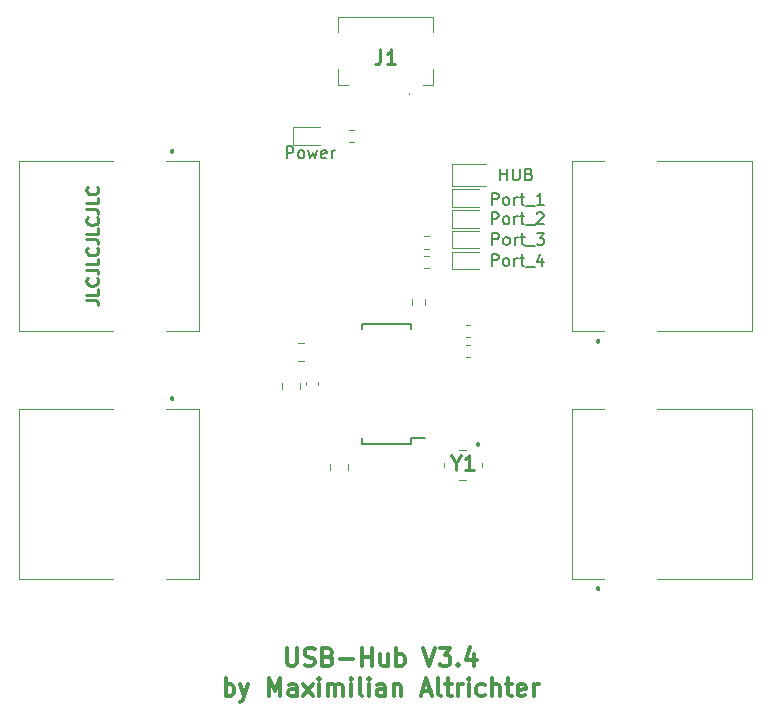
<source format=gbr>
%TF.GenerationSoftware,KiCad,Pcbnew,(5.1.10)-1*%
%TF.CreationDate,2021-08-09T12:49:03+02:00*%
%TF.ProjectId,hub,6875622e-6b69-4636-9164-5f7063625858,rev?*%
%TF.SameCoordinates,Original*%
%TF.FileFunction,Legend,Top*%
%TF.FilePolarity,Positive*%
%FSLAX46Y46*%
G04 Gerber Fmt 4.6, Leading zero omitted, Abs format (unit mm)*
G04 Created by KiCad (PCBNEW (5.1.10)-1) date 2021-08-09 12:49:03*
%MOMM*%
%LPD*%
G01*
G04 APERTURE LIST*
%ADD10C,0.225000*%
%ADD11C,0.300000*%
%ADD12C,0.100000*%
%ADD13C,0.120000*%
%ADD14C,0.150000*%
%ADD15C,0.254000*%
G04 APERTURE END LIST*
D10*
X139025380Y-73834047D02*
X139739666Y-73834047D01*
X139882523Y-73881666D01*
X139977761Y-73976904D01*
X140025380Y-74119761D01*
X140025380Y-74215000D01*
X140025380Y-72881666D02*
X140025380Y-73357857D01*
X139025380Y-73357857D01*
X139930142Y-71976904D02*
X139977761Y-72024523D01*
X140025380Y-72167380D01*
X140025380Y-72262619D01*
X139977761Y-72405476D01*
X139882523Y-72500714D01*
X139787285Y-72548333D01*
X139596809Y-72595952D01*
X139453952Y-72595952D01*
X139263476Y-72548333D01*
X139168238Y-72500714D01*
X139073000Y-72405476D01*
X139025380Y-72262619D01*
X139025380Y-72167380D01*
X139073000Y-72024523D01*
X139120619Y-71976904D01*
X139025380Y-71262619D02*
X139739666Y-71262619D01*
X139882523Y-71310238D01*
X139977761Y-71405476D01*
X140025380Y-71548333D01*
X140025380Y-71643571D01*
X140025380Y-70310238D02*
X140025380Y-70786428D01*
X139025380Y-70786428D01*
X139930142Y-69405476D02*
X139977761Y-69453095D01*
X140025380Y-69595952D01*
X140025380Y-69691190D01*
X139977761Y-69834047D01*
X139882523Y-69929285D01*
X139787285Y-69976904D01*
X139596809Y-70024523D01*
X139453952Y-70024523D01*
X139263476Y-69976904D01*
X139168238Y-69929285D01*
X139073000Y-69834047D01*
X139025380Y-69691190D01*
X139025380Y-69595952D01*
X139073000Y-69453095D01*
X139120619Y-69405476D01*
X139025380Y-68691190D02*
X139739666Y-68691190D01*
X139882523Y-68738809D01*
X139977761Y-68834047D01*
X140025380Y-68976904D01*
X140025380Y-69072142D01*
X140025380Y-67738809D02*
X140025380Y-68215000D01*
X139025380Y-68215000D01*
X139930142Y-66834047D02*
X139977761Y-66881666D01*
X140025380Y-67024523D01*
X140025380Y-67119761D01*
X139977761Y-67262619D01*
X139882523Y-67357857D01*
X139787285Y-67405476D01*
X139596809Y-67453095D01*
X139453952Y-67453095D01*
X139263476Y-67405476D01*
X139168238Y-67357857D01*
X139073000Y-67262619D01*
X139025380Y-67119761D01*
X139025380Y-67024523D01*
X139073000Y-66881666D01*
X139120619Y-66834047D01*
X139025380Y-66119761D02*
X139739666Y-66119761D01*
X139882523Y-66167380D01*
X139977761Y-66262619D01*
X140025380Y-66405476D01*
X140025380Y-66500714D01*
X140025380Y-65167380D02*
X140025380Y-65643571D01*
X139025380Y-65643571D01*
X139930142Y-64262619D02*
X139977761Y-64310238D01*
X140025380Y-64453095D01*
X140025380Y-64548333D01*
X139977761Y-64691190D01*
X139882523Y-64786428D01*
X139787285Y-64834047D01*
X139596809Y-64881666D01*
X139453952Y-64881666D01*
X139263476Y-64834047D01*
X139168238Y-64786428D01*
X139073000Y-64691190D01*
X139025380Y-64548333D01*
X139025380Y-64453095D01*
X139073000Y-64310238D01*
X139120619Y-64262619D01*
D11*
X155992714Y-103313571D02*
X155992714Y-104527857D01*
X156064142Y-104670714D01*
X156135571Y-104742142D01*
X156278428Y-104813571D01*
X156564142Y-104813571D01*
X156707000Y-104742142D01*
X156778428Y-104670714D01*
X156849857Y-104527857D01*
X156849857Y-103313571D01*
X157492714Y-104742142D02*
X157707000Y-104813571D01*
X158064142Y-104813571D01*
X158207000Y-104742142D01*
X158278428Y-104670714D01*
X158349857Y-104527857D01*
X158349857Y-104385000D01*
X158278428Y-104242142D01*
X158207000Y-104170714D01*
X158064142Y-104099285D01*
X157778428Y-104027857D01*
X157635571Y-103956428D01*
X157564142Y-103885000D01*
X157492714Y-103742142D01*
X157492714Y-103599285D01*
X157564142Y-103456428D01*
X157635571Y-103385000D01*
X157778428Y-103313571D01*
X158135571Y-103313571D01*
X158349857Y-103385000D01*
X159492714Y-104027857D02*
X159707000Y-104099285D01*
X159778428Y-104170714D01*
X159849857Y-104313571D01*
X159849857Y-104527857D01*
X159778428Y-104670714D01*
X159707000Y-104742142D01*
X159564142Y-104813571D01*
X158992714Y-104813571D01*
X158992714Y-103313571D01*
X159492714Y-103313571D01*
X159635571Y-103385000D01*
X159707000Y-103456428D01*
X159778428Y-103599285D01*
X159778428Y-103742142D01*
X159707000Y-103885000D01*
X159635571Y-103956428D01*
X159492714Y-104027857D01*
X158992714Y-104027857D01*
X160492714Y-104242142D02*
X161635571Y-104242142D01*
X162349857Y-104813571D02*
X162349857Y-103313571D01*
X162349857Y-104027857D02*
X163207000Y-104027857D01*
X163207000Y-104813571D02*
X163207000Y-103313571D01*
X164564142Y-103813571D02*
X164564142Y-104813571D01*
X163921285Y-103813571D02*
X163921285Y-104599285D01*
X163992714Y-104742142D01*
X164135571Y-104813571D01*
X164349857Y-104813571D01*
X164492714Y-104742142D01*
X164564142Y-104670714D01*
X165278428Y-104813571D02*
X165278428Y-103313571D01*
X165278428Y-103885000D02*
X165421285Y-103813571D01*
X165707000Y-103813571D01*
X165849857Y-103885000D01*
X165921285Y-103956428D01*
X165992714Y-104099285D01*
X165992714Y-104527857D01*
X165921285Y-104670714D01*
X165849857Y-104742142D01*
X165707000Y-104813571D01*
X165421285Y-104813571D01*
X165278428Y-104742142D01*
X167564142Y-103313571D02*
X168064142Y-104813571D01*
X168564142Y-103313571D01*
X168921285Y-103313571D02*
X169849857Y-103313571D01*
X169349857Y-103885000D01*
X169564142Y-103885000D01*
X169707000Y-103956428D01*
X169778428Y-104027857D01*
X169849857Y-104170714D01*
X169849857Y-104527857D01*
X169778428Y-104670714D01*
X169707000Y-104742142D01*
X169564142Y-104813571D01*
X169135571Y-104813571D01*
X168992714Y-104742142D01*
X168921285Y-104670714D01*
X170492714Y-104670714D02*
X170564142Y-104742142D01*
X170492714Y-104813571D01*
X170421285Y-104742142D01*
X170492714Y-104670714D01*
X170492714Y-104813571D01*
X171849857Y-103813571D02*
X171849857Y-104813571D01*
X171492714Y-103242142D02*
X171135571Y-104313571D01*
X172064142Y-104313571D01*
X150814142Y-107363571D02*
X150814142Y-105863571D01*
X150814142Y-106435000D02*
X150957000Y-106363571D01*
X151242714Y-106363571D01*
X151385571Y-106435000D01*
X151457000Y-106506428D01*
X151528428Y-106649285D01*
X151528428Y-107077857D01*
X151457000Y-107220714D01*
X151385571Y-107292142D01*
X151242714Y-107363571D01*
X150957000Y-107363571D01*
X150814142Y-107292142D01*
X152028428Y-106363571D02*
X152385571Y-107363571D01*
X152742714Y-106363571D02*
X152385571Y-107363571D01*
X152242714Y-107720714D01*
X152171285Y-107792142D01*
X152028428Y-107863571D01*
X154457000Y-107363571D02*
X154457000Y-105863571D01*
X154957000Y-106935000D01*
X155457000Y-105863571D01*
X155457000Y-107363571D01*
X156814142Y-107363571D02*
X156814142Y-106577857D01*
X156742714Y-106435000D01*
X156599857Y-106363571D01*
X156314142Y-106363571D01*
X156171285Y-106435000D01*
X156814142Y-107292142D02*
X156671285Y-107363571D01*
X156314142Y-107363571D01*
X156171285Y-107292142D01*
X156099857Y-107149285D01*
X156099857Y-107006428D01*
X156171285Y-106863571D01*
X156314142Y-106792142D01*
X156671285Y-106792142D01*
X156814142Y-106720714D01*
X157385571Y-107363571D02*
X158171285Y-106363571D01*
X157385571Y-106363571D02*
X158171285Y-107363571D01*
X158742714Y-107363571D02*
X158742714Y-106363571D01*
X158742714Y-105863571D02*
X158671285Y-105935000D01*
X158742714Y-106006428D01*
X158814142Y-105935000D01*
X158742714Y-105863571D01*
X158742714Y-106006428D01*
X159457000Y-107363571D02*
X159457000Y-106363571D01*
X159457000Y-106506428D02*
X159528428Y-106435000D01*
X159671285Y-106363571D01*
X159885571Y-106363571D01*
X160028428Y-106435000D01*
X160099857Y-106577857D01*
X160099857Y-107363571D01*
X160099857Y-106577857D02*
X160171285Y-106435000D01*
X160314142Y-106363571D01*
X160528428Y-106363571D01*
X160671285Y-106435000D01*
X160742714Y-106577857D01*
X160742714Y-107363571D01*
X161457000Y-107363571D02*
X161457000Y-106363571D01*
X161457000Y-105863571D02*
X161385571Y-105935000D01*
X161457000Y-106006428D01*
X161528428Y-105935000D01*
X161457000Y-105863571D01*
X161457000Y-106006428D01*
X162385571Y-107363571D02*
X162242714Y-107292142D01*
X162171285Y-107149285D01*
X162171285Y-105863571D01*
X162957000Y-107363571D02*
X162957000Y-106363571D01*
X162957000Y-105863571D02*
X162885571Y-105935000D01*
X162957000Y-106006428D01*
X163028428Y-105935000D01*
X162957000Y-105863571D01*
X162957000Y-106006428D01*
X164314142Y-107363571D02*
X164314142Y-106577857D01*
X164242714Y-106435000D01*
X164099857Y-106363571D01*
X163814142Y-106363571D01*
X163671285Y-106435000D01*
X164314142Y-107292142D02*
X164171285Y-107363571D01*
X163814142Y-107363571D01*
X163671285Y-107292142D01*
X163599857Y-107149285D01*
X163599857Y-107006428D01*
X163671285Y-106863571D01*
X163814142Y-106792142D01*
X164171285Y-106792142D01*
X164314142Y-106720714D01*
X165028428Y-106363571D02*
X165028428Y-107363571D01*
X165028428Y-106506428D02*
X165099857Y-106435000D01*
X165242714Y-106363571D01*
X165457000Y-106363571D01*
X165599857Y-106435000D01*
X165671285Y-106577857D01*
X165671285Y-107363571D01*
X167457000Y-106935000D02*
X168171285Y-106935000D01*
X167314142Y-107363571D02*
X167814142Y-105863571D01*
X168314142Y-107363571D01*
X169028428Y-107363571D02*
X168885571Y-107292142D01*
X168814142Y-107149285D01*
X168814142Y-105863571D01*
X169385571Y-106363571D02*
X169957000Y-106363571D01*
X169599857Y-105863571D02*
X169599857Y-107149285D01*
X169671285Y-107292142D01*
X169814142Y-107363571D01*
X169957000Y-107363571D01*
X170457000Y-107363571D02*
X170457000Y-106363571D01*
X170457000Y-106649285D02*
X170528428Y-106506428D01*
X170599857Y-106435000D01*
X170742714Y-106363571D01*
X170885571Y-106363571D01*
X171385571Y-107363571D02*
X171385571Y-106363571D01*
X171385571Y-105863571D02*
X171314142Y-105935000D01*
X171385571Y-106006428D01*
X171457000Y-105935000D01*
X171385571Y-105863571D01*
X171385571Y-106006428D01*
X172742714Y-107292142D02*
X172599857Y-107363571D01*
X172314142Y-107363571D01*
X172171285Y-107292142D01*
X172099857Y-107220714D01*
X172028428Y-107077857D01*
X172028428Y-106649285D01*
X172099857Y-106506428D01*
X172171285Y-106435000D01*
X172314142Y-106363571D01*
X172599857Y-106363571D01*
X172742714Y-106435000D01*
X173385571Y-107363571D02*
X173385571Y-105863571D01*
X174028428Y-107363571D02*
X174028428Y-106577857D01*
X173957000Y-106435000D01*
X173814142Y-106363571D01*
X173599857Y-106363571D01*
X173457000Y-106435000D01*
X173385571Y-106506428D01*
X174528428Y-106363571D02*
X175099857Y-106363571D01*
X174742714Y-105863571D02*
X174742714Y-107149285D01*
X174814142Y-107292142D01*
X174957000Y-107363571D01*
X175099857Y-107363571D01*
X176171285Y-107292142D02*
X176028428Y-107363571D01*
X175742714Y-107363571D01*
X175599857Y-107292142D01*
X175528428Y-107149285D01*
X175528428Y-106577857D01*
X175599857Y-106435000D01*
X175742714Y-106363571D01*
X176028428Y-106363571D01*
X176171285Y-106435000D01*
X176242714Y-106577857D01*
X176242714Y-106720714D01*
X175528428Y-106863571D01*
X176885571Y-107363571D02*
X176885571Y-106363571D01*
X176885571Y-106649285D02*
X176957000Y-106506428D01*
X177028428Y-106435000D01*
X177171285Y-106363571D01*
X177314142Y-106363571D01*
%TO.C,J5*%
X182372000Y-77271000D02*
G75*
G02*
X182372000Y-77371000I0J-50000D01*
G01*
X182372000Y-77371000D02*
G75*
G02*
X182372000Y-77271000I0J50000D01*
G01*
X182372000Y-77371000D02*
X182372000Y-77371000D01*
X182372000Y-77271000D02*
X182372000Y-77271000D01*
D12*
X195362000Y-62071000D02*
X187372000Y-62071000D01*
X195362000Y-76471000D02*
X195362000Y-62071000D01*
X187372000Y-76471000D02*
X195362000Y-76471000D01*
X180102000Y-62071000D02*
X182872000Y-62071000D01*
X180102000Y-76471000D02*
X180102000Y-62071000D01*
X182872000Y-76471000D02*
X180102000Y-76471000D01*
D11*
%TO.C,J4*%
X182372000Y-98226000D02*
G75*
G02*
X182372000Y-98326000I0J-50000D01*
G01*
X182372000Y-98326000D02*
G75*
G02*
X182372000Y-98226000I0J50000D01*
G01*
X182372000Y-98326000D02*
X182372000Y-98326000D01*
X182372000Y-98226000D02*
X182372000Y-98226000D01*
D12*
X195362000Y-83026000D02*
X187372000Y-83026000D01*
X195362000Y-97426000D02*
X195362000Y-83026000D01*
X187372000Y-97426000D02*
X195362000Y-97426000D01*
X180102000Y-83026000D02*
X182872000Y-83026000D01*
X180102000Y-97426000D02*
X180102000Y-83026000D01*
X182872000Y-97426000D02*
X180102000Y-97426000D01*
D11*
%TO.C,J3*%
X146304000Y-82241000D02*
G75*
G02*
X146304000Y-82141000I0J50000D01*
G01*
X146304000Y-82141000D02*
G75*
G02*
X146304000Y-82241000I0J-50000D01*
G01*
X146304000Y-82141000D02*
X146304000Y-82141000D01*
X146304000Y-82241000D02*
X146304000Y-82241000D01*
D12*
X133314000Y-97441000D02*
X141304000Y-97441000D01*
X133314000Y-83041000D02*
X133314000Y-97441000D01*
X141304000Y-83041000D02*
X133314000Y-83041000D01*
X148574000Y-97441000D02*
X145804000Y-97441000D01*
X148574000Y-83041000D02*
X148574000Y-97441000D01*
X145804000Y-83041000D02*
X148574000Y-83041000D01*
D11*
%TO.C,J2*%
X146304000Y-61286000D02*
G75*
G02*
X146304000Y-61186000I0J50000D01*
G01*
X146304000Y-61186000D02*
G75*
G02*
X146304000Y-61286000I0J-50000D01*
G01*
X146304000Y-61186000D02*
X146304000Y-61186000D01*
X146304000Y-61286000D02*
X146304000Y-61286000D01*
D12*
X133314000Y-76486000D02*
X141304000Y-76486000D01*
X133314000Y-62086000D02*
X133314000Y-76486000D01*
X141304000Y-62086000D02*
X133314000Y-62086000D01*
X148574000Y-76486000D02*
X145804000Y-76486000D01*
X148574000Y-62086000D02*
X148574000Y-76486000D01*
X145804000Y-62086000D02*
X148574000Y-62086000D01*
D11*
%TO.C,Y1*%
X172199000Y-86096000D02*
G75*
G02*
X172199000Y-85996000I0J50000D01*
G01*
X172199000Y-85996000D02*
G75*
G02*
X172199000Y-86096000I0J-50000D01*
G01*
D12*
X169299000Y-87996000D02*
X169299000Y-87596000D01*
X172499000Y-87996000D02*
X172499000Y-87596000D01*
X171199000Y-86546000D02*
X170599000Y-86546000D01*
X171199000Y-89046000D02*
X170599000Y-89046000D01*
D11*
X172199000Y-86096000D02*
X172199000Y-86096000D01*
X172199000Y-85996000D02*
X172199000Y-85996000D01*
D13*
%TO.C,R4*%
X167593742Y-71134500D02*
X168068258Y-71134500D01*
X167593742Y-70089500D02*
X168068258Y-70089500D01*
%TO.C,R3*%
X167592742Y-69483500D02*
X168067258Y-69483500D01*
X167592742Y-68438500D02*
X168067258Y-68438500D01*
%TO.C,R2*%
X166609500Y-73740742D02*
X166609500Y-74215258D01*
X167654500Y-73740742D02*
X167654500Y-74215258D01*
%TO.C,R1*%
X161717258Y-59421500D02*
X161242742Y-59421500D01*
X161717258Y-60466500D02*
X161242742Y-60466500D01*
D12*
%TO.C,J1*%
X166338000Y-56405000D02*
G75*
G02*
X166338000Y-56305000I0J50000D01*
G01*
X166338000Y-56305000D02*
G75*
G02*
X166338000Y-56405000I0J-50000D01*
G01*
X166338000Y-56305000D02*
X166338000Y-56305000D01*
X166338000Y-56405000D02*
X166338000Y-56405000D01*
X160338000Y-54305000D02*
X160338000Y-55645000D01*
X160338000Y-55645000D02*
X161138000Y-55645000D01*
X168338000Y-54305000D02*
X168338000Y-55645000D01*
X168338000Y-55645000D02*
X167538000Y-55645000D01*
X160338000Y-51105000D02*
X160338000Y-49905000D01*
X160338000Y-49905000D02*
X168338000Y-49905000D01*
X168338000Y-49905000D02*
X168338000Y-51105000D01*
D13*
%TO.C,D6*%
X169990500Y-64156000D02*
X172875500Y-64156000D01*
X169990500Y-62336000D02*
X169990500Y-64156000D01*
X172875500Y-62336000D02*
X169990500Y-62336000D01*
%TO.C,D5*%
X169990500Y-71220000D02*
X172275500Y-71220000D01*
X169990500Y-69750000D02*
X169990500Y-71220000D01*
X172275500Y-69750000D02*
X169990500Y-69750000D01*
%TO.C,D4*%
X169990500Y-67688000D02*
X172275500Y-67688000D01*
X169990500Y-66218000D02*
X169990500Y-67688000D01*
X172275500Y-66218000D02*
X169990500Y-66218000D01*
%TO.C,D3*%
X169990500Y-69454000D02*
X172275500Y-69454000D01*
X169990500Y-67984000D02*
X169990500Y-69454000D01*
X172275500Y-67984000D02*
X169990500Y-67984000D01*
%TO.C,D2*%
X169990500Y-65922000D02*
X172275500Y-65922000D01*
X169990500Y-64452000D02*
X169990500Y-65922000D01*
X172275500Y-64452000D02*
X169990500Y-64452000D01*
%TO.C,D1*%
X156477500Y-60679000D02*
X158762500Y-60679000D01*
X156477500Y-59209000D02*
X156477500Y-60679000D01*
X158762500Y-59209000D02*
X156477500Y-59209000D01*
%TO.C,C6*%
X159666000Y-87688748D02*
X159666000Y-88211252D01*
X161136000Y-87688748D02*
X161136000Y-88211252D01*
%TO.C,C5*%
X171195420Y-78615000D02*
X171476580Y-78615000D01*
X171195420Y-77595000D02*
X171476580Y-77595000D01*
%TO.C,C4*%
X157421252Y-77497000D02*
X156898748Y-77497000D01*
X157421252Y-78967000D02*
X156898748Y-78967000D01*
%TO.C,C3*%
X171182420Y-76964000D02*
X171463580Y-76964000D01*
X171182420Y-75944000D02*
X171463580Y-75944000D01*
%TO.C,C2*%
X155602000Y-80825748D02*
X155602000Y-81348252D01*
X157072000Y-80825748D02*
X157072000Y-81348252D01*
%TO.C,C1*%
X157605000Y-80758420D02*
X157605000Y-81039580D01*
X158625000Y-80758420D02*
X158625000Y-81039580D01*
D14*
%TO.C,U1*%
X166540000Y-85979000D02*
X166540000Y-85499000D01*
X162390000Y-85979000D02*
X162390000Y-85499000D01*
X162390000Y-75819000D02*
X162390000Y-76299000D01*
X166540000Y-75819000D02*
X166540000Y-76299000D01*
X166540000Y-85979000D02*
X162390000Y-85979000D01*
X166540000Y-75819000D02*
X162390000Y-75819000D01*
X166540000Y-85499000D02*
X167665000Y-85499000D01*
%TO.C,Y1*%
D15*
X170294238Y-87590761D02*
X170294238Y-88195523D01*
X169870904Y-86925523D02*
X170294238Y-87590761D01*
X170717571Y-86925523D01*
X171806142Y-88195523D02*
X171080428Y-88195523D01*
X171443285Y-88195523D02*
X171443285Y-86925523D01*
X171322333Y-87106952D01*
X171201380Y-87227904D01*
X171080428Y-87288380D01*
%TO.C,J1*%
X163914666Y-52609523D02*
X163914666Y-53516666D01*
X163854190Y-53698095D01*
X163733238Y-53819047D01*
X163551809Y-53879523D01*
X163430857Y-53879523D01*
X165184666Y-53879523D02*
X164458952Y-53879523D01*
X164821809Y-53879523D02*
X164821809Y-52609523D01*
X164700857Y-52790952D01*
X164579904Y-52911904D01*
X164458952Y-52972380D01*
%TO.C,D6*%
D14*
X174077476Y-63698380D02*
X174077476Y-62698380D01*
X174077476Y-63174571D02*
X174648904Y-63174571D01*
X174648904Y-63698380D02*
X174648904Y-62698380D01*
X175125095Y-62698380D02*
X175125095Y-63507904D01*
X175172714Y-63603142D01*
X175220333Y-63650761D01*
X175315571Y-63698380D01*
X175506047Y-63698380D01*
X175601285Y-63650761D01*
X175648904Y-63603142D01*
X175696523Y-63507904D01*
X175696523Y-62698380D01*
X176506047Y-63174571D02*
X176648904Y-63222190D01*
X176696523Y-63269809D01*
X176744142Y-63365047D01*
X176744142Y-63507904D01*
X176696523Y-63603142D01*
X176648904Y-63650761D01*
X176553666Y-63698380D01*
X176172714Y-63698380D01*
X176172714Y-62698380D01*
X176506047Y-62698380D01*
X176601285Y-62746000D01*
X176648904Y-62793619D01*
X176696523Y-62888857D01*
X176696523Y-62984095D01*
X176648904Y-63079333D01*
X176601285Y-63126952D01*
X176506047Y-63174571D01*
X176172714Y-63174571D01*
%TO.C,D5*%
X173347333Y-70937380D02*
X173347333Y-69937380D01*
X173728285Y-69937380D01*
X173823523Y-69985000D01*
X173871142Y-70032619D01*
X173918761Y-70127857D01*
X173918761Y-70270714D01*
X173871142Y-70365952D01*
X173823523Y-70413571D01*
X173728285Y-70461190D01*
X173347333Y-70461190D01*
X174490190Y-70937380D02*
X174394952Y-70889761D01*
X174347333Y-70842142D01*
X174299714Y-70746904D01*
X174299714Y-70461190D01*
X174347333Y-70365952D01*
X174394952Y-70318333D01*
X174490190Y-70270714D01*
X174633047Y-70270714D01*
X174728285Y-70318333D01*
X174775904Y-70365952D01*
X174823523Y-70461190D01*
X174823523Y-70746904D01*
X174775904Y-70842142D01*
X174728285Y-70889761D01*
X174633047Y-70937380D01*
X174490190Y-70937380D01*
X175252095Y-70937380D02*
X175252095Y-70270714D01*
X175252095Y-70461190D02*
X175299714Y-70365952D01*
X175347333Y-70318333D01*
X175442571Y-70270714D01*
X175537809Y-70270714D01*
X175728285Y-70270714D02*
X176109238Y-70270714D01*
X175871142Y-69937380D02*
X175871142Y-70794523D01*
X175918761Y-70889761D01*
X176014000Y-70937380D01*
X176109238Y-70937380D01*
X176204476Y-71032619D02*
X176966380Y-71032619D01*
X177633047Y-70270714D02*
X177633047Y-70937380D01*
X177394952Y-69889761D02*
X177156857Y-70604047D01*
X177775904Y-70604047D01*
%TO.C,D4*%
X173347333Y-67405380D02*
X173347333Y-66405380D01*
X173728285Y-66405380D01*
X173823523Y-66453000D01*
X173871142Y-66500619D01*
X173918761Y-66595857D01*
X173918761Y-66738714D01*
X173871142Y-66833952D01*
X173823523Y-66881571D01*
X173728285Y-66929190D01*
X173347333Y-66929190D01*
X174490190Y-67405380D02*
X174394952Y-67357761D01*
X174347333Y-67310142D01*
X174299714Y-67214904D01*
X174299714Y-66929190D01*
X174347333Y-66833952D01*
X174394952Y-66786333D01*
X174490190Y-66738714D01*
X174633047Y-66738714D01*
X174728285Y-66786333D01*
X174775904Y-66833952D01*
X174823523Y-66929190D01*
X174823523Y-67214904D01*
X174775904Y-67310142D01*
X174728285Y-67357761D01*
X174633047Y-67405380D01*
X174490190Y-67405380D01*
X175252095Y-67405380D02*
X175252095Y-66738714D01*
X175252095Y-66929190D02*
X175299714Y-66833952D01*
X175347333Y-66786333D01*
X175442571Y-66738714D01*
X175537809Y-66738714D01*
X175728285Y-66738714D02*
X176109238Y-66738714D01*
X175871142Y-66405380D02*
X175871142Y-67262523D01*
X175918761Y-67357761D01*
X176014000Y-67405380D01*
X176109238Y-67405380D01*
X176204476Y-67500619D02*
X176966380Y-67500619D01*
X177156857Y-66500619D02*
X177204476Y-66453000D01*
X177299714Y-66405380D01*
X177537809Y-66405380D01*
X177633047Y-66453000D01*
X177680666Y-66500619D01*
X177728285Y-66595857D01*
X177728285Y-66691095D01*
X177680666Y-66833952D01*
X177109238Y-67405380D01*
X177728285Y-67405380D01*
%TO.C,D3*%
X173372833Y-69171380D02*
X173372833Y-68171380D01*
X173753785Y-68171380D01*
X173849023Y-68219000D01*
X173896642Y-68266619D01*
X173944261Y-68361857D01*
X173944261Y-68504714D01*
X173896642Y-68599952D01*
X173849023Y-68647571D01*
X173753785Y-68695190D01*
X173372833Y-68695190D01*
X174515690Y-69171380D02*
X174420452Y-69123761D01*
X174372833Y-69076142D01*
X174325214Y-68980904D01*
X174325214Y-68695190D01*
X174372833Y-68599952D01*
X174420452Y-68552333D01*
X174515690Y-68504714D01*
X174658547Y-68504714D01*
X174753785Y-68552333D01*
X174801404Y-68599952D01*
X174849023Y-68695190D01*
X174849023Y-68980904D01*
X174801404Y-69076142D01*
X174753785Y-69123761D01*
X174658547Y-69171380D01*
X174515690Y-69171380D01*
X175277595Y-69171380D02*
X175277595Y-68504714D01*
X175277595Y-68695190D02*
X175325214Y-68599952D01*
X175372833Y-68552333D01*
X175468071Y-68504714D01*
X175563309Y-68504714D01*
X175753785Y-68504714D02*
X176134738Y-68504714D01*
X175896642Y-68171380D02*
X175896642Y-69028523D01*
X175944261Y-69123761D01*
X176039500Y-69171380D01*
X176134738Y-69171380D01*
X176229976Y-69266619D02*
X176991880Y-69266619D01*
X177134738Y-68171380D02*
X177753785Y-68171380D01*
X177420452Y-68552333D01*
X177563309Y-68552333D01*
X177658547Y-68599952D01*
X177706166Y-68647571D01*
X177753785Y-68742809D01*
X177753785Y-68980904D01*
X177706166Y-69076142D01*
X177658547Y-69123761D01*
X177563309Y-69171380D01*
X177277595Y-69171380D01*
X177182357Y-69123761D01*
X177134738Y-69076142D01*
%TO.C,D2*%
X173347333Y-65766380D02*
X173347333Y-64766380D01*
X173728285Y-64766380D01*
X173823523Y-64814000D01*
X173871142Y-64861619D01*
X173918761Y-64956857D01*
X173918761Y-65099714D01*
X173871142Y-65194952D01*
X173823523Y-65242571D01*
X173728285Y-65290190D01*
X173347333Y-65290190D01*
X174490190Y-65766380D02*
X174394952Y-65718761D01*
X174347333Y-65671142D01*
X174299714Y-65575904D01*
X174299714Y-65290190D01*
X174347333Y-65194952D01*
X174394952Y-65147333D01*
X174490190Y-65099714D01*
X174633047Y-65099714D01*
X174728285Y-65147333D01*
X174775904Y-65194952D01*
X174823523Y-65290190D01*
X174823523Y-65575904D01*
X174775904Y-65671142D01*
X174728285Y-65718761D01*
X174633047Y-65766380D01*
X174490190Y-65766380D01*
X175252095Y-65766380D02*
X175252095Y-65099714D01*
X175252095Y-65290190D02*
X175299714Y-65194952D01*
X175347333Y-65147333D01*
X175442571Y-65099714D01*
X175537809Y-65099714D01*
X175728285Y-65099714D02*
X176109238Y-65099714D01*
X175871142Y-64766380D02*
X175871142Y-65623523D01*
X175918761Y-65718761D01*
X176014000Y-65766380D01*
X176109238Y-65766380D01*
X176204476Y-65861619D02*
X176966380Y-65861619D01*
X177728285Y-65766380D02*
X177156857Y-65766380D01*
X177442571Y-65766380D02*
X177442571Y-64766380D01*
X177347333Y-64909238D01*
X177252095Y-65004476D01*
X177156857Y-65052095D01*
%TO.C,D1*%
X155986309Y-61826380D02*
X155986309Y-60826380D01*
X156367261Y-60826380D01*
X156462500Y-60874000D01*
X156510119Y-60921619D01*
X156557738Y-61016857D01*
X156557738Y-61159714D01*
X156510119Y-61254952D01*
X156462500Y-61302571D01*
X156367261Y-61350190D01*
X155986309Y-61350190D01*
X157129166Y-61826380D02*
X157033928Y-61778761D01*
X156986309Y-61731142D01*
X156938690Y-61635904D01*
X156938690Y-61350190D01*
X156986309Y-61254952D01*
X157033928Y-61207333D01*
X157129166Y-61159714D01*
X157272023Y-61159714D01*
X157367261Y-61207333D01*
X157414880Y-61254952D01*
X157462500Y-61350190D01*
X157462500Y-61635904D01*
X157414880Y-61731142D01*
X157367261Y-61778761D01*
X157272023Y-61826380D01*
X157129166Y-61826380D01*
X157795833Y-61159714D02*
X157986309Y-61826380D01*
X158176785Y-61350190D01*
X158367261Y-61826380D01*
X158557738Y-61159714D01*
X159319642Y-61778761D02*
X159224404Y-61826380D01*
X159033928Y-61826380D01*
X158938690Y-61778761D01*
X158891071Y-61683523D01*
X158891071Y-61302571D01*
X158938690Y-61207333D01*
X159033928Y-61159714D01*
X159224404Y-61159714D01*
X159319642Y-61207333D01*
X159367261Y-61302571D01*
X159367261Y-61397809D01*
X158891071Y-61493047D01*
X159795833Y-61826380D02*
X159795833Y-61159714D01*
X159795833Y-61350190D02*
X159843452Y-61254952D01*
X159891071Y-61207333D01*
X159986309Y-61159714D01*
X160081547Y-61159714D01*
%TD*%
M02*

</source>
